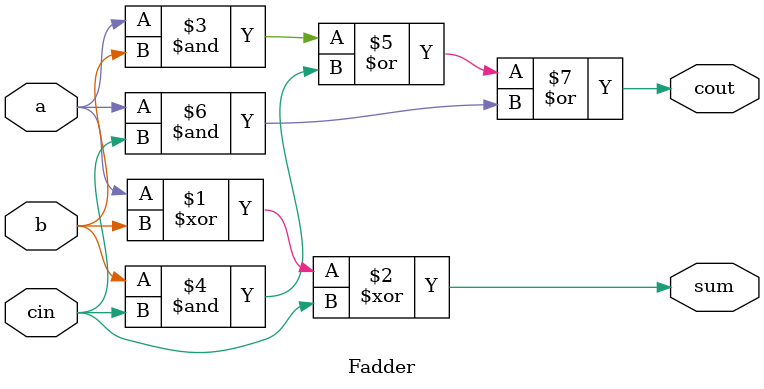
<source format=v>
module top_module( 
    input [2:0] a, b,
    input cin,
    output [2:0] cout,
    output [2:0] sum );
    Fadder m1(a[0],b[0],cin,cout[0],sum[0]);
    Fadder m2(a[1],b[1],cout[0],cout[1],sum[1]);
    Fadder m3(a[2],b[2],cout[1],cout[2],sum[2]);

endmodule

module Fadder(
    input a, b, cin,
    output cout, sum );
    
    assign sum  = a^b^cin;
	assign cout = a&b | b&cin | a&cin;
	
endmodule

</source>
